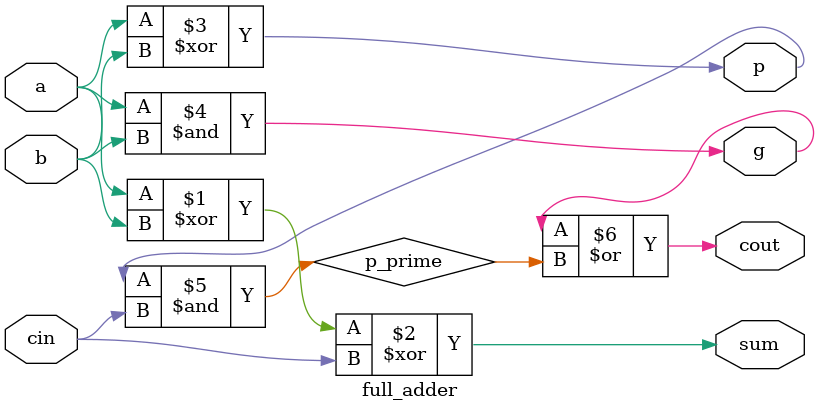
<source format=v>

module full_adder (cout, sum, p, g, a, b, cin);

output cout, sum, p, g;
input a, b, cin;

wire p, g, p_prime;

xor a1 (sum, a, b, cin);
xor a2 (p, a, b);
and a3 (g, a, b);
and a4 (p_prime, p, cin);
or a5 (cout, g, p_prime);

endmodule
</source>
